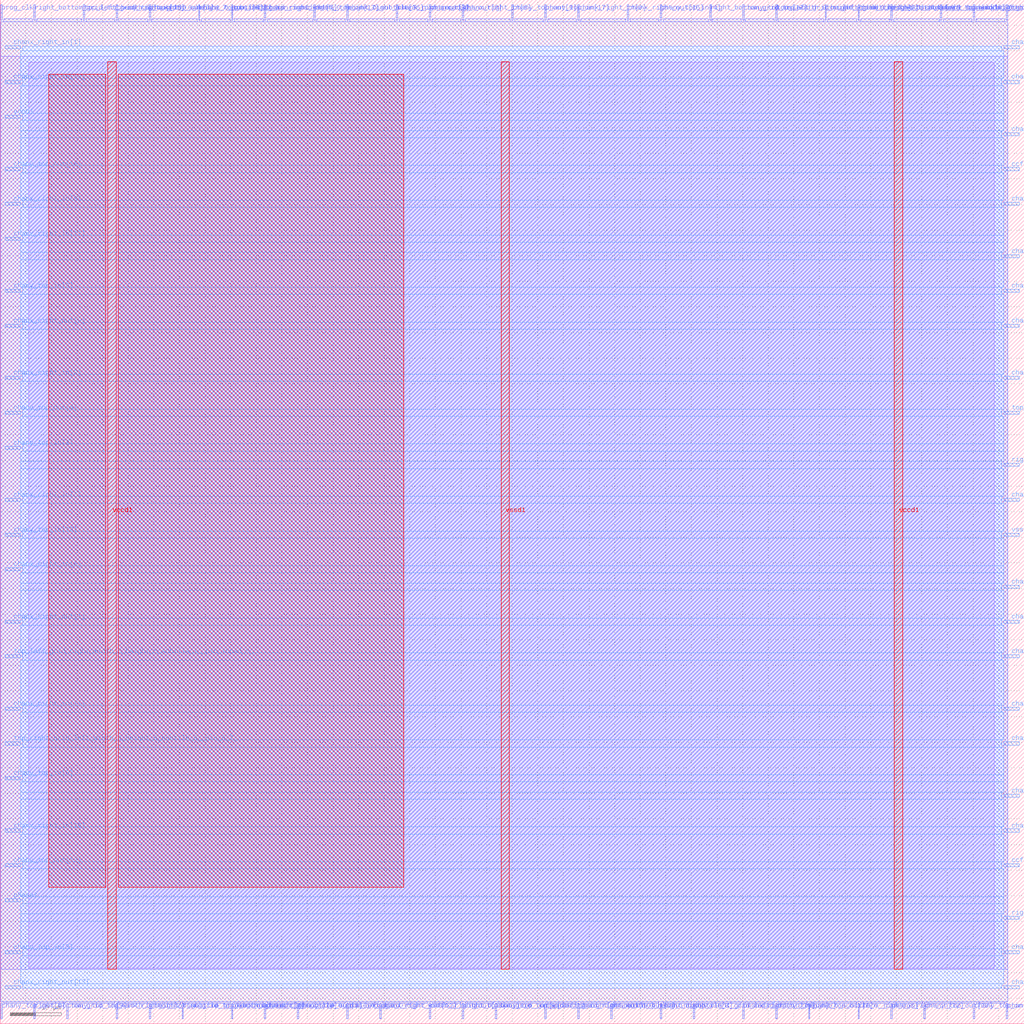
<source format=lef>
VERSION 5.7 ;
  NOWIREEXTENSIONATPIN ON ;
  DIVIDERCHAR "/" ;
  BUSBITCHARS "[]" ;
MACRO sb_0__0_
  CLASS BLOCK ;
  FOREIGN sb_0__0_ ;
  ORIGIN 0.000 0.000 ;
  SIZE 200.000 BY 200.000 ;
  PIN ccff_head
    DIRECTION INPUT ;
    USE SIGNAL ;
    PORT
      LAYER met3 ;
        RECT 196.000 30.640 199.000 31.240 ;
    END
  END ccff_head
  PIN ccff_tail
    DIRECTION OUTPUT TRISTATE ;
    USE SIGNAL ;
    PORT
      LAYER met3 ;
        RECT 196.000 166.640 199.000 167.240 ;
    END
  END ccff_tail
  PIN chanx_right_in[0]
    DIRECTION INPUT ;
    USE SIGNAL ;
    PORT
      LAYER met2 ;
        RECT 112.790 196.000 113.070 199.000 ;
    END
  END chanx_right_in[0]
  PIN chanx_right_in[10]
    DIRECTION INPUT ;
    USE SIGNAL ;
    PORT
      LAYER met3 ;
        RECT 196.000 190.440 199.000 191.040 ;
    END
  END chanx_right_in[10]
  PIN chanx_right_in[11]
    DIRECTION INPUT ;
    USE SIGNAL ;
    PORT
      LAYER met3 ;
        RECT 1.000 61.240 4.000 61.840 ;
    END
  END chanx_right_in[11]
  PIN chanx_right_in[12]
    DIRECTION INPUT ;
    USE SIGNAL ;
    PORT
      LAYER met2 ;
        RECT 173.970 1.000 174.250 4.000 ;
    END
  END chanx_right_in[12]
  PIN chanx_right_in[13]
    DIRECTION INPUT ;
    USE SIGNAL ;
    PORT
      LAYER met3 ;
        RECT 1.000 183.640 4.000 184.240 ;
    END
  END chanx_right_in[13]
  PIN chanx_right_in[14]
    DIRECTION INPUT ;
    USE SIGNAL ;
    PORT
      LAYER met2 ;
        RECT 190.070 196.000 190.350 199.000 ;
    END
  END chanx_right_in[14]
  PIN chanx_right_in[15]
    DIRECTION INPUT ;
    USE SIGNAL ;
    PORT
      LAYER met2 ;
        RECT 144.990 1.000 145.270 4.000 ;
    END
  END chanx_right_in[15]
  PIN chanx_right_in[16]
    DIRECTION INPUT ;
    USE SIGNAL ;
    PORT
      LAYER met3 ;
        RECT 1.000 37.440 4.000 38.040 ;
    END
  END chanx_right_in[16]
  PIN chanx_right_in[17]
    DIRECTION INPUT ;
    USE SIGNAL ;
    PORT
      LAYER met3 ;
        RECT 1.000 153.040 4.000 153.640 ;
    END
  END chanx_right_in[17]
  PIN chanx_right_in[18]
    DIRECTION INPUT ;
    USE SIGNAL ;
    PORT
      LAYER met2 ;
        RECT 51.610 1.000 51.890 4.000 ;
    END
  END chanx_right_in[18]
  PIN chanx_right_in[1]
    DIRECTION INPUT ;
    USE SIGNAL ;
    PORT
      LAYER met3 ;
        RECT 1.000 190.440 4.000 191.040 ;
    END
  END chanx_right_in[1]
  PIN chanx_right_in[2]
    DIRECTION INPUT ;
    USE SIGNAL ;
    PORT
      LAYER met2 ;
        RECT 22.630 1.000 22.910 4.000 ;
    END
  END chanx_right_in[2]
  PIN chanx_right_in[3]
    DIRECTION INPUT ;
    USE SIGNAL ;
    PORT
      LAYER met3 ;
        RECT 1.000 102.040 4.000 102.640 ;
    END
  END chanx_right_in[3]
  PIN chanx_right_in[4]
    DIRECTION INPUT ;
    USE SIGNAL ;
    PORT
      LAYER met3 ;
        RECT 1.000 88.440 4.000 89.040 ;
    END
  END chanx_right_in[4]
  PIN chanx_right_in[5]
    DIRECTION INPUT ;
    USE SIGNAL ;
    PORT
      LAYER met3 ;
        RECT 196.000 142.840 199.000 143.440 ;
    END
  END chanx_right_in[5]
  PIN chanx_right_in[6]
    DIRECTION INPUT ;
    USE SIGNAL ;
    PORT
      LAYER met2 ;
        RECT 90.250 196.000 90.530 199.000 ;
    END
  END chanx_right_in[6]
  PIN chanx_right_in[7]
    DIRECTION INPUT ;
    USE SIGNAL ;
    PORT
      LAYER met2 ;
        RECT 167.530 1.000 167.810 4.000 ;
    END
  END chanx_right_in[7]
  PIN chanx_right_in[8]
    DIRECTION INPUT ;
    USE SIGNAL ;
    PORT
      LAYER met3 ;
        RECT 1.000 125.840 4.000 126.440 ;
    END
  END chanx_right_in[8]
  PIN chanx_right_in[9]
    DIRECTION INPUT ;
    USE SIGNAL ;
    PORT
      LAYER met3 ;
        RECT 1.000 159.840 4.000 160.440 ;
    END
  END chanx_right_in[9]
  PIN chanx_right_out[0]
    DIRECTION OUTPUT TRISTATE ;
    USE SIGNAL ;
    PORT
      LAYER met3 ;
        RECT 1.000 136.040 4.000 136.640 ;
    END
  END chanx_right_out[0]
  PIN chanx_right_out[10]
    DIRECTION OUTPUT TRISTATE ;
    USE SIGNAL ;
    PORT
      LAYER met2 ;
        RECT 112.790 1.000 113.070 4.000 ;
    END
  END chanx_right_out[10]
  PIN chanx_right_out[11]
    DIRECTION OUTPUT TRISTATE ;
    USE SIGNAL ;
    PORT
      LAYER met2 ;
        RECT 74.150 1.000 74.430 4.000 ;
    END
  END chanx_right_out[11]
  PIN chanx_right_out[12]
    DIRECTION OUTPUT TRISTATE ;
    USE SIGNAL ;
    PORT
      LAYER met2 ;
        RECT 196.510 1.000 196.790 4.000 ;
    END
  END chanx_right_out[12]
  PIN chanx_right_out[13]
    DIRECTION OUTPUT TRISTATE ;
    USE SIGNAL ;
    PORT
      LAYER met3 ;
        RECT 1.000 6.840 4.000 7.440 ;
    END
  END chanx_right_out[13]
  PIN chanx_right_out[14]
    DIRECTION OUTPUT TRISTATE ;
    USE SIGNAL ;
    PORT
      LAYER met3 ;
        RECT 196.000 102.040 199.000 102.640 ;
    END
  END chanx_right_out[14]
  PIN chanx_right_out[15]
    DIRECTION OUTPUT TRISTATE ;
    USE SIGNAL ;
    PORT
      LAYER met2 ;
        RECT 122.450 196.000 122.730 199.000 ;
    END
  END chanx_right_out[15]
  PIN chanx_right_out[16]
    DIRECTION OUTPUT TRISTATE ;
    USE SIGNAL ;
    PORT
      LAYER met2 ;
        RECT 67.710 196.000 67.990 199.000 ;
    END
  END chanx_right_out[16]
  PIN chanx_right_out[17]
    DIRECTION OUTPUT TRISTATE ;
    USE SIGNAL ;
    PORT
      LAYER met3 ;
        RECT 196.000 183.640 199.000 184.240 ;
    END
  END chanx_right_out[17]
  PIN chanx_right_out[18]
    DIRECTION OUTPUT TRISTATE ;
    USE SIGNAL ;
    PORT
      LAYER met2 ;
        RECT 83.810 1.000 84.090 4.000 ;
    END
  END chanx_right_out[18]
  PIN chanx_right_out[1]
    DIRECTION OUTPUT TRISTATE ;
    USE SIGNAL ;
    PORT
      LAYER met3 ;
        RECT 1.000 78.240 4.000 78.840 ;
    END
  END chanx_right_out[1]
  PIN chanx_right_out[2]
    DIRECTION OUTPUT TRISTATE ;
    USE SIGNAL ;
    PORT
      LAYER met3 ;
        RECT 196.000 173.440 199.000 174.040 ;
    END
  END chanx_right_out[2]
  PIN chanx_right_out[3]
    DIRECTION OUTPUT TRISTATE ;
    USE SIGNAL ;
    PORT
      LAYER met2 ;
        RECT 77.370 196.000 77.650 199.000 ;
    END
  END chanx_right_out[3]
  PIN chanx_right_out[4]
    DIRECTION OUTPUT TRISTATE ;
    USE SIGNAL ;
    PORT
      LAYER met3 ;
        RECT 196.000 44.240 199.000 44.840 ;
    END
  END chanx_right_out[4]
  PIN chanx_right_out[5]
    DIRECTION OUTPUT TRISTATE ;
    USE SIGNAL ;
    PORT
      LAYER met3 ;
        RECT 196.000 61.240 199.000 61.840 ;
    END
  END chanx_right_out[5]
  PIN chanx_right_out[6]
    DIRECTION OUTPUT TRISTATE ;
    USE SIGNAL ;
    PORT
      LAYER met2 ;
        RECT 83.810 196.000 84.090 199.000 ;
    END
  END chanx_right_out[6]
  PIN chanx_right_out[7]
    DIRECTION OUTPUT TRISTATE ;
    USE SIGNAL ;
    PORT
      LAYER met2 ;
        RECT 51.610 196.000 51.890 199.000 ;
    END
  END chanx_right_out[7]
  PIN chanx_right_out[8]
    DIRECTION OUTPUT TRISTATE ;
    USE SIGNAL ;
    PORT
      LAYER met2 ;
        RECT 128.890 1.000 129.170 4.000 ;
    END
  END chanx_right_out[8]
  PIN chanx_right_out[9]
    DIRECTION OUTPUT TRISTATE ;
    USE SIGNAL ;
    PORT
      LAYER met2 ;
        RECT 45.170 1.000 45.450 4.000 ;
    END
  END chanx_right_out[9]
  PIN chany_top_in[0]
    DIRECTION INPUT ;
    USE SIGNAL ;
    PORT
      LAYER met3 ;
        RECT 196.000 149.640 199.000 150.240 ;
    END
  END chany_top_in[0]
  PIN chany_top_in[10]
    DIRECTION INPUT ;
    USE SIGNAL ;
    PORT
      LAYER met2 ;
        RECT 190.070 1.000 190.350 4.000 ;
    END
  END chany_top_in[10]
  PIN chany_top_in[11]
    DIRECTION INPUT ;
    USE SIGNAL ;
    PORT
      LAYER met3 ;
        RECT 196.000 78.240 199.000 78.840 ;
    END
  END chany_top_in[11]
  PIN chany_top_in[12]
    DIRECTION INPUT ;
    USE SIGNAL ;
    PORT
      LAYER met2 ;
        RECT 144.990 196.000 145.270 199.000 ;
    END
  END chany_top_in[12]
  PIN chany_top_in[13]
    DIRECTION INPUT ;
    USE SIGNAL ;
    PORT
      LAYER met2 ;
        RECT 61.270 196.000 61.550 199.000 ;
    END
  END chany_top_in[13]
  PIN chany_top_in[14]
    DIRECTION INPUT ;
    USE SIGNAL ;
    PORT
      LAYER met3 ;
        RECT 196.000 6.840 199.000 7.440 ;
    END
  END chany_top_in[14]
  PIN chany_top_in[15]
    DIRECTION INPUT ;
    USE SIGNAL ;
    PORT
      LAYER met3 ;
        RECT 196.000 159.840 199.000 160.440 ;
    END
  END chany_top_in[15]
  PIN chany_top_in[16]
    DIRECTION INPUT ;
    USE SIGNAL ;
    PORT
      LAYER met2 ;
        RECT 183.630 196.000 183.910 199.000 ;
    END
  END chany_top_in[16]
  PIN chany_top_in[17]
    DIRECTION INPUT ;
    USE SIGNAL ;
    PORT
      LAYER met2 ;
        RECT 106.350 196.000 106.630 199.000 ;
    END
  END chany_top_in[17]
  PIN chany_top_in[18]
    DIRECTION INPUT ;
    USE SIGNAL ;
    PORT
      LAYER met3 ;
        RECT 1.000 95.240 4.000 95.840 ;
    END
  END chany_top_in[18]
  PIN chany_top_in[1]
    DIRECTION INPUT ;
    USE SIGNAL ;
    PORT
      LAYER met3 ;
        RECT 196.000 37.440 199.000 38.040 ;
    END
  END chany_top_in[1]
  PIN chany_top_in[2]
    DIRECTION INPUT ;
    USE SIGNAL ;
    PORT
      LAYER met3 ;
        RECT 1.000 112.240 4.000 112.840 ;
    END
  END chany_top_in[2]
  PIN chany_top_in[3]
    DIRECTION INPUT ;
    USE SIGNAL ;
    PORT
      LAYER met3 ;
        RECT 1.000 13.640 4.000 14.240 ;
    END
  END chany_top_in[3]
  PIN chany_top_in[4]
    DIRECTION INPUT ;
    USE SIGNAL ;
    PORT
      LAYER met2 ;
        RECT 128.890 196.000 129.170 199.000 ;
    END
  END chany_top_in[4]
  PIN chany_top_in[5]
    DIRECTION INPUT ;
    USE SIGNAL ;
    PORT
      LAYER met3 ;
        RECT 1.000 142.840 4.000 143.440 ;
    END
  END chany_top_in[5]
  PIN chany_top_in[6]
    DIRECTION INPUT ;
    USE SIGNAL ;
    PORT
      LAYER met2 ;
        RECT 151.430 1.000 151.710 4.000 ;
    END
  END chany_top_in[6]
  PIN chany_top_in[7]
    DIRECTION INPUT ;
    USE SIGNAL ;
    PORT
      LAYER met2 ;
        RECT 167.530 196.000 167.810 199.000 ;
    END
  END chany_top_in[7]
  PIN chany_top_in[8]
    DIRECTION INPUT ;
    USE SIGNAL ;
    PORT
      LAYER met3 ;
        RECT 1.000 47.640 4.000 48.240 ;
    END
  END chany_top_in[8]
  PIN chany_top_in[9]
    DIRECTION INPUT ;
    USE SIGNAL ;
    PORT
      LAYER met2 ;
        RECT 12.970 1.000 13.250 4.000 ;
    END
  END chany_top_in[9]
  PIN chany_top_out[0]
    DIRECTION OUTPUT TRISTATE ;
    USE SIGNAL ;
    PORT
      LAYER met2 ;
        RECT 58.050 1.000 58.330 4.000 ;
    END
  END chany_top_out[0]
  PIN chany_top_out[10]
    DIRECTION OUTPUT TRISTATE ;
    USE SIGNAL ;
    PORT
      LAYER met2 ;
        RECT 180.410 1.000 180.690 4.000 ;
    END
  END chany_top_out[10]
  PIN chany_top_out[11]
    DIRECTION OUTPUT TRISTATE ;
    USE SIGNAL ;
    PORT
      LAYER met3 ;
        RECT 196.000 85.040 199.000 85.640 ;
    END
  END chany_top_out[11]
  PIN chany_top_out[12]
    DIRECTION OUTPUT TRISTATE ;
    USE SIGNAL ;
    PORT
      LAYER met3 ;
        RECT 196.000 54.440 199.000 55.040 ;
    END
  END chany_top_out[12]
  PIN chany_top_out[13]
    DIRECTION OUTPUT TRISTATE ;
    USE SIGNAL ;
    PORT
      LAYER met3 ;
        RECT 1.000 30.640 4.000 31.240 ;
    END
  END chany_top_out[13]
  PIN chany_top_out[14]
    DIRECTION OUTPUT TRISTATE ;
    USE SIGNAL ;
    PORT
      LAYER met3 ;
        RECT 1.000 166.640 4.000 167.240 ;
    END
  END chany_top_out[14]
  PIN chany_top_out[15]
    DIRECTION OUTPUT TRISTATE ;
    USE SIGNAL ;
    PORT
      LAYER met3 ;
        RECT 196.000 13.640 199.000 14.240 ;
    END
  END chany_top_out[15]
  PIN chany_top_out[16]
    DIRECTION OUTPUT TRISTATE ;
    USE SIGNAL ;
    PORT
      LAYER met2 ;
        RECT 22.630 196.000 22.910 199.000 ;
    END
  END chany_top_out[16]
  PIN chany_top_out[17]
    DIRECTION OUTPUT TRISTATE ;
    USE SIGNAL ;
    PORT
      LAYER met3 ;
        RECT 196.000 71.440 199.000 72.040 ;
    END
  END chany_top_out[17]
  PIN chany_top_out[18]
    DIRECTION OUTPUT TRISTATE ;
    USE SIGNAL ;
    PORT
      LAYER met3 ;
        RECT 196.000 125.840 199.000 126.440 ;
    END
  END chany_top_out[18]
  PIN chany_top_out[1]
    DIRECTION OUTPUT TRISTATE ;
    USE SIGNAL ;
    PORT
      LAYER met2 ;
        RECT 157.870 1.000 158.150 4.000 ;
    END
  END chany_top_out[1]
  PIN chany_top_out[2]
    DIRECTION OUTPUT TRISTATE ;
    USE SIGNAL ;
    PORT
      LAYER met3 ;
        RECT 196.000 136.040 199.000 136.640 ;
    END
  END chany_top_out[2]
  PIN chany_top_out[3]
    DIRECTION OUTPUT TRISTATE ;
    USE SIGNAL ;
    PORT
      LAYER met2 ;
        RECT 29.070 196.000 29.350 199.000 ;
    END
  END chany_top_out[3]
  PIN chany_top_out[4]
    DIRECTION OUTPUT TRISTATE ;
    USE SIGNAL ;
    PORT
      LAYER met3 ;
        RECT 1.000 119.040 4.000 119.640 ;
    END
  END chany_top_out[4]
  PIN chany_top_out[5]
    DIRECTION OUTPUT TRISTATE ;
    USE SIGNAL ;
    PORT
      LAYER met2 ;
        RECT 96.690 1.000 96.970 4.000 ;
    END
  END chany_top_out[5]
  PIN chany_top_out[6]
    DIRECTION OUTPUT TRISTATE ;
    USE SIGNAL ;
    PORT
      LAYER met2 ;
        RECT 0.090 1.000 0.370 4.000 ;
    END
  END chany_top_out[6]
  PIN chany_top_out[7]
    DIRECTION OUTPUT TRISTATE ;
    USE SIGNAL ;
    PORT
      LAYER met2 ;
        RECT 119.230 1.000 119.510 4.000 ;
    END
  END chany_top_out[7]
  PIN chany_top_out[8]
    DIRECTION OUTPUT TRISTATE ;
    USE SIGNAL ;
    PORT
      LAYER met2 ;
        RECT 38.730 196.000 39.010 199.000 ;
    END
  END chany_top_out[8]
  PIN chany_top_out[9]
    DIRECTION OUTPUT TRISTATE ;
    USE SIGNAL ;
    PORT
      LAYER met2 ;
        RECT 99.910 196.000 100.190 199.000 ;
    END
  END chany_top_out[9]
  PIN pReset
    DIRECTION INPUT ;
    USE SIGNAL ;
    PORT
      LAYER met3 ;
        RECT 1.000 23.840 4.000 24.440 ;
    END
  END pReset
  PIN prog_clk
    DIRECTION INPUT ;
    USE SIGNAL ;
    PORT
      LAYER met2 ;
        RECT 0.090 196.000 0.370 199.000 ;
    END
  END prog_clk
  PIN right_bottom_grid_top_width_0_height_0_subtile_0__pin_inpad_0_
    DIRECTION INPUT ;
    USE SIGNAL ;
    PORT
      LAYER met2 ;
        RECT 29.070 1.000 29.350 4.000 ;
    END
  END right_bottom_grid_top_width_0_height_0_subtile_0__pin_inpad_0_
  PIN right_bottom_grid_top_width_0_height_0_subtile_1__pin_inpad_0_
    DIRECTION INPUT ;
    USE SIGNAL ;
    PORT
      LAYER met2 ;
        RECT 6.530 1.000 6.810 4.000 ;
    END
  END right_bottom_grid_top_width_0_height_0_subtile_1__pin_inpad_0_
  PIN right_bottom_grid_top_width_0_height_0_subtile_2__pin_inpad_0_
    DIRECTION INPUT ;
    USE SIGNAL ;
    PORT
      LAYER met2 ;
        RECT 173.970 196.000 174.250 199.000 ;
    END
  END right_bottom_grid_top_width_0_height_0_subtile_2__pin_inpad_0_
  PIN right_bottom_grid_top_width_0_height_0_subtile_3__pin_inpad_0_
    DIRECTION INPUT ;
    USE SIGNAL ;
    PORT
      LAYER met2 ;
        RECT 138.550 196.000 138.830 199.000 ;
    END
  END right_bottom_grid_top_width_0_height_0_subtile_3__pin_inpad_0_
  PIN right_bottom_grid_top_width_0_height_0_subtile_4__pin_inpad_0_
    DIRECTION INPUT ;
    USE SIGNAL ;
    PORT
      LAYER met2 ;
        RECT 90.250 1.000 90.530 4.000 ;
    END
  END right_bottom_grid_top_width_0_height_0_subtile_4__pin_inpad_0_
  PIN right_bottom_grid_top_width_0_height_0_subtile_5__pin_inpad_0_
    DIRECTION INPUT ;
    USE SIGNAL ;
    PORT
      LAYER met2 ;
        RECT 196.510 196.000 196.790 199.000 ;
    END
  END right_bottom_grid_top_width_0_height_0_subtile_5__pin_inpad_0_
  PIN right_bottom_grid_top_width_0_height_0_subtile_6__pin_inpad_0_
    DIRECTION INPUT ;
    USE SIGNAL ;
    PORT
      LAYER met3 ;
        RECT 196.000 20.440 199.000 21.040 ;
    END
  END right_bottom_grid_top_width_0_height_0_subtile_6__pin_inpad_0_
  PIN right_bottom_grid_top_width_0_height_0_subtile_7__pin_inpad_0_
    DIRECTION INPUT ;
    USE SIGNAL ;
    PORT
      LAYER met2 ;
        RECT 6.530 196.000 6.810 199.000 ;
    END
  END right_bottom_grid_top_width_0_height_0_subtile_7__pin_inpad_0_
  PIN right_top_grid_bottom_width_0_height_0_subtile_0__pin_O_2_
    DIRECTION INPUT ;
    USE SIGNAL ;
    PORT
      LAYER met3 ;
        RECT 196.000 108.840 199.000 109.440 ;
    END
  END right_top_grid_bottom_width_0_height_0_subtile_0__pin_O_2_
  PIN right_top_grid_bottom_width_0_height_0_subtile_0__pin_O_6_
    DIRECTION INPUT ;
    USE SIGNAL ;
    PORT
      LAYER met2 ;
        RECT 35.510 1.000 35.790 4.000 ;
    END
  END right_top_grid_bottom_width_0_height_0_subtile_0__pin_O_6_
  PIN top_left_grid_right_width_0_height_0_subtile_0__pin_inpad_0_
    DIRECTION INPUT ;
    USE SIGNAL ;
    PORT
      LAYER met2 ;
        RECT 67.710 1.000 67.990 4.000 ;
    END
  END top_left_grid_right_width_0_height_0_subtile_0__pin_inpad_0_
  PIN top_left_grid_right_width_0_height_0_subtile_1__pin_inpad_0_
    DIRECTION INPUT ;
    USE SIGNAL ;
    PORT
      LAYER met3 ;
        RECT 1.000 71.440 4.000 72.040 ;
    END
  END top_left_grid_right_width_0_height_0_subtile_1__pin_inpad_0_
  PIN top_left_grid_right_width_0_height_0_subtile_2__pin_inpad_0_
    DIRECTION INPUT ;
    USE SIGNAL ;
    PORT
      LAYER met3 ;
        RECT 196.000 119.040 199.000 119.640 ;
    END
  END top_left_grid_right_width_0_height_0_subtile_2__pin_inpad_0_
  PIN top_left_grid_right_width_0_height_0_subtile_3__pin_inpad_0_
    DIRECTION INPUT ;
    USE SIGNAL ;
    PORT
      LAYER met2 ;
        RECT 106.350 1.000 106.630 4.000 ;
    END
  END top_left_grid_right_width_0_height_0_subtile_3__pin_inpad_0_
  PIN top_left_grid_right_width_0_height_0_subtile_4__pin_inpad_0_
    DIRECTION INPUT ;
    USE SIGNAL ;
    PORT
      LAYER met2 ;
        RECT 161.090 196.000 161.370 199.000 ;
    END
  END top_left_grid_right_width_0_height_0_subtile_4__pin_inpad_0_
  PIN top_left_grid_right_width_0_height_0_subtile_5__pin_inpad_0_
    DIRECTION INPUT ;
    USE SIGNAL ;
    PORT
      LAYER met2 ;
        RECT 151.430 196.000 151.710 199.000 ;
    END
  END top_left_grid_right_width_0_height_0_subtile_5__pin_inpad_0_
  PIN top_left_grid_right_width_0_height_0_subtile_6__pin_inpad_0_
    DIRECTION INPUT ;
    USE SIGNAL ;
    PORT
      LAYER met2 ;
        RECT 16.190 196.000 16.470 199.000 ;
    END
  END top_left_grid_right_width_0_height_0_subtile_6__pin_inpad_0_
  PIN top_left_grid_right_width_0_height_0_subtile_7__pin_inpad_0_
    DIRECTION INPUT ;
    USE SIGNAL ;
    PORT
      LAYER met2 ;
        RECT 45.170 196.000 45.450 199.000 ;
    END
  END top_left_grid_right_width_0_height_0_subtile_7__pin_inpad_0_
  PIN top_right_grid_left_width_0_height_0_subtile_0__pin_O_3_
    DIRECTION INPUT ;
    USE SIGNAL ;
    PORT
      LAYER met2 ;
        RECT 135.330 1.000 135.610 4.000 ;
    END
  END top_right_grid_left_width_0_height_0_subtile_0__pin_O_3_
  PIN top_right_grid_left_width_0_height_0_subtile_0__pin_O_7_
    DIRECTION INPUT ;
    USE SIGNAL ;
    PORT
      LAYER met3 ;
        RECT 1.000 54.440 4.000 55.040 ;
    END
  END top_right_grid_left_width_0_height_0_subtile_0__pin_O_7_
  PIN vccd1
    DIRECTION INOUT ;
    USE SIGNAL ;
    PORT
      LAYER met3 ;
        RECT 1.000 176.840 4.000 177.440 ;
    END
    PORT
      LAYER met4 ;
        RECT 21.040 10.640 22.640 187.920 ;
    END
    PORT
      LAYER met4 ;
        RECT 174.640 10.640 176.240 187.920 ;
    END
  END vccd1
  PIN vssd1
    DIRECTION INOUT ;
    USE SIGNAL ;
    PORT
      LAYER met3 ;
        RECT 196.000 95.240 199.000 95.840 ;
    END
    PORT
      LAYER met4 ;
        RECT 97.840 10.640 99.440 187.920 ;
    END
  END vssd1
  OBS
      LAYER li1 ;
        RECT 5.520 10.795 194.120 187.765 ;
      LAYER met1 ;
        RECT 0.070 10.640 196.810 189.000 ;
      LAYER met2 ;
        RECT 0.650 195.720 6.250 196.250 ;
        RECT 7.090 195.720 15.910 196.250 ;
        RECT 16.750 195.720 22.350 196.250 ;
        RECT 23.190 195.720 28.790 196.250 ;
        RECT 29.630 195.720 38.450 196.250 ;
        RECT 39.290 195.720 44.890 196.250 ;
        RECT 45.730 195.720 51.330 196.250 ;
        RECT 52.170 195.720 60.990 196.250 ;
        RECT 61.830 195.720 67.430 196.250 ;
        RECT 68.270 195.720 77.090 196.250 ;
        RECT 77.930 195.720 83.530 196.250 ;
        RECT 84.370 195.720 89.970 196.250 ;
        RECT 90.810 195.720 99.630 196.250 ;
        RECT 100.470 195.720 106.070 196.250 ;
        RECT 106.910 195.720 112.510 196.250 ;
        RECT 113.350 195.720 122.170 196.250 ;
        RECT 123.010 195.720 128.610 196.250 ;
        RECT 129.450 195.720 138.270 196.250 ;
        RECT 139.110 195.720 144.710 196.250 ;
        RECT 145.550 195.720 151.150 196.250 ;
        RECT 151.990 195.720 160.810 196.250 ;
        RECT 161.650 195.720 167.250 196.250 ;
        RECT 168.090 195.720 173.690 196.250 ;
        RECT 174.530 195.720 183.350 196.250 ;
        RECT 184.190 195.720 189.790 196.250 ;
        RECT 190.630 195.720 196.230 196.250 ;
        RECT 0.100 4.280 196.780 195.720 ;
        RECT 0.650 4.000 6.250 4.280 ;
        RECT 7.090 4.000 12.690 4.280 ;
        RECT 13.530 4.000 22.350 4.280 ;
        RECT 23.190 4.000 28.790 4.280 ;
        RECT 29.630 4.000 35.230 4.280 ;
        RECT 36.070 4.000 44.890 4.280 ;
        RECT 45.730 4.000 51.330 4.280 ;
        RECT 52.170 4.000 57.770 4.280 ;
        RECT 58.610 4.000 67.430 4.280 ;
        RECT 68.270 4.000 73.870 4.280 ;
        RECT 74.710 4.000 83.530 4.280 ;
        RECT 84.370 4.000 89.970 4.280 ;
        RECT 90.810 4.000 96.410 4.280 ;
        RECT 97.250 4.000 106.070 4.280 ;
        RECT 106.910 4.000 112.510 4.280 ;
        RECT 113.350 4.000 118.950 4.280 ;
        RECT 119.790 4.000 128.610 4.280 ;
        RECT 129.450 4.000 135.050 4.280 ;
        RECT 135.890 4.000 144.710 4.280 ;
        RECT 145.550 4.000 151.150 4.280 ;
        RECT 151.990 4.000 157.590 4.280 ;
        RECT 158.430 4.000 167.250 4.280 ;
        RECT 168.090 4.000 173.690 4.280 ;
        RECT 174.530 4.000 180.130 4.280 ;
        RECT 180.970 4.000 189.790 4.280 ;
        RECT 190.630 4.000 196.230 4.280 ;
      LAYER met3 ;
        RECT 4.400 190.040 195.600 190.905 ;
        RECT 4.000 184.640 196.000 190.040 ;
        RECT 4.400 183.240 195.600 184.640 ;
        RECT 4.000 177.840 196.000 183.240 ;
        RECT 4.400 176.440 196.000 177.840 ;
        RECT 4.000 174.440 196.000 176.440 ;
        RECT 4.000 173.040 195.600 174.440 ;
        RECT 4.000 167.640 196.000 173.040 ;
        RECT 4.400 166.240 195.600 167.640 ;
        RECT 4.000 160.840 196.000 166.240 ;
        RECT 4.400 159.440 195.600 160.840 ;
        RECT 4.000 154.040 196.000 159.440 ;
        RECT 4.400 152.640 196.000 154.040 ;
        RECT 4.000 150.640 196.000 152.640 ;
        RECT 4.000 149.240 195.600 150.640 ;
        RECT 4.000 143.840 196.000 149.240 ;
        RECT 4.400 142.440 195.600 143.840 ;
        RECT 4.000 137.040 196.000 142.440 ;
        RECT 4.400 135.640 195.600 137.040 ;
        RECT 4.000 126.840 196.000 135.640 ;
        RECT 4.400 125.440 195.600 126.840 ;
        RECT 4.000 120.040 196.000 125.440 ;
        RECT 4.400 118.640 195.600 120.040 ;
        RECT 4.000 113.240 196.000 118.640 ;
        RECT 4.400 111.840 196.000 113.240 ;
        RECT 4.000 109.840 196.000 111.840 ;
        RECT 4.000 108.440 195.600 109.840 ;
        RECT 4.000 103.040 196.000 108.440 ;
        RECT 4.400 101.640 195.600 103.040 ;
        RECT 4.000 96.240 196.000 101.640 ;
        RECT 4.400 94.840 195.600 96.240 ;
        RECT 4.000 89.440 196.000 94.840 ;
        RECT 4.400 88.040 196.000 89.440 ;
        RECT 4.000 86.040 196.000 88.040 ;
        RECT 4.000 84.640 195.600 86.040 ;
        RECT 4.000 79.240 196.000 84.640 ;
        RECT 4.400 77.840 195.600 79.240 ;
        RECT 4.000 72.440 196.000 77.840 ;
        RECT 4.400 71.040 195.600 72.440 ;
        RECT 4.000 62.240 196.000 71.040 ;
        RECT 4.400 60.840 195.600 62.240 ;
        RECT 4.000 55.440 196.000 60.840 ;
        RECT 4.400 54.040 195.600 55.440 ;
        RECT 4.000 48.640 196.000 54.040 ;
        RECT 4.400 47.240 196.000 48.640 ;
        RECT 4.000 45.240 196.000 47.240 ;
        RECT 4.000 43.840 195.600 45.240 ;
        RECT 4.000 38.440 196.000 43.840 ;
        RECT 4.400 37.040 195.600 38.440 ;
        RECT 4.000 31.640 196.000 37.040 ;
        RECT 4.400 30.240 195.600 31.640 ;
        RECT 4.000 24.840 196.000 30.240 ;
        RECT 4.400 23.440 196.000 24.840 ;
        RECT 4.000 21.440 196.000 23.440 ;
        RECT 4.000 20.040 195.600 21.440 ;
        RECT 4.000 14.640 196.000 20.040 ;
        RECT 4.400 13.240 195.600 14.640 ;
        RECT 4.000 7.840 196.000 13.240 ;
        RECT 4.400 6.975 195.600 7.840 ;
      LAYER met4 ;
        RECT 9.495 26.695 20.640 185.465 ;
        RECT 23.040 26.695 78.825 185.465 ;
  END
END sb_0__0_
END LIBRARY


</source>
